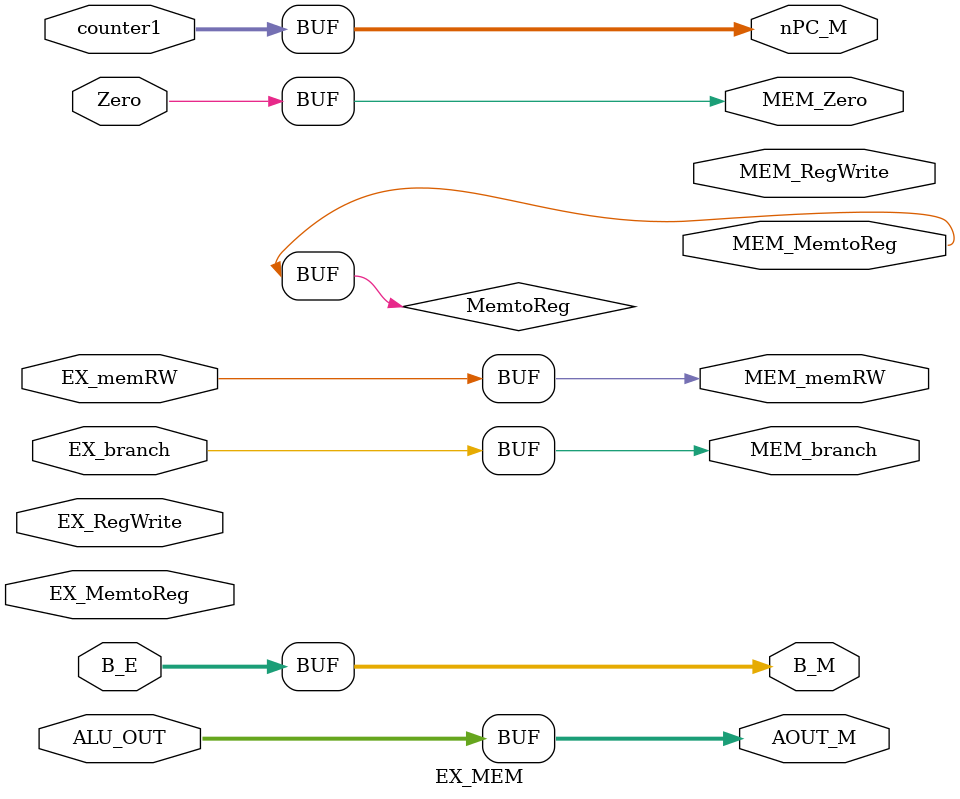
<source format=v>
module EX_MEM (counter1, Zero, ALU_OUT, B_E, EX_branch, EX_memRW, EX_MemtoReg, EX_RegWrite,
nPC_M, MEM_Zero, AOUT_M, B_M, MEM_branch, MEM_memRW, MEM_MemtoReg, MEM_RegWrite);

    input [31:0] counter1;
    input Zero;
    input [31:0] ALU_OUT;
    input [31:0] B_E;
    input EX_branch;
    input EX_memRW;
    input EX_MemtoReg;
    input EX_RegWrite;

    output reg [31:0] nPC_M;
    output reg MEM_Zero;
    output reg [31:0] AOUT_M;
    output reg [31:0] B_M;
    output reg MEM_branch;
    output reg MEM_memRW;
    output reg MEM_MemtoReg;
    output reg MEM_RegWrite;

    always @(*) begin
        nPC_M <= counter1;
        MEM_Zero <= Zero;
        AOUT_M <= ALU_OUT;
        B_M <= B_E;
        MEM_branch <= EX_branch;
        MEM_memRW <= EX_memRW;
        MEM_MemtoReg <= MemtoReg;
    end


endmodule
</source>
